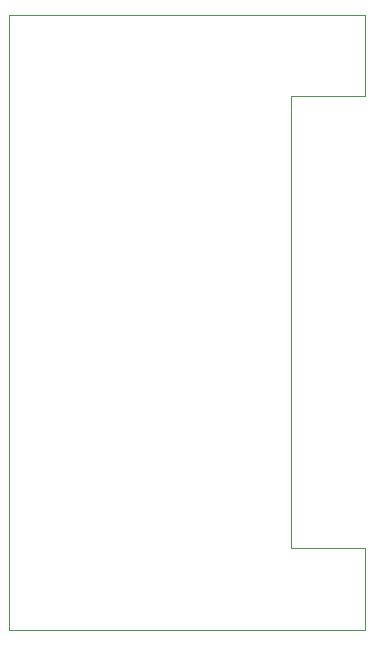
<source format=gm1>
G04 #@! TF.GenerationSoftware,KiCad,Pcbnew,(5.1.4)-1*
G04 #@! TF.CreationDate,2019-09-07T18:34:27-05:00*
G04 #@! TF.ProjectId,BreadboardPowerSupply,42726561-6462-46f6-9172-64506f776572,1*
G04 #@! TF.SameCoordinates,Original*
G04 #@! TF.FileFunction,Profile,NP*
%FSLAX46Y46*%
G04 Gerber Fmt 4.6, Leading zero omitted, Abs format (unit mm)*
G04 Created by KiCad (PCBNEW (5.1.4)-1) date 2019-09-07 18:34:27*
%MOMM*%
%LPD*%
G04 APERTURE LIST*
%ADD10C,0.050000*%
G04 APERTURE END LIST*
D10*
X156972000Y-49657000D02*
X126873000Y-49657000D01*
X156972000Y-56515000D02*
X156972000Y-49657000D01*
X150749000Y-56515000D02*
X156972000Y-56515000D01*
X150749000Y-94742000D02*
X150749000Y-56515000D01*
X156972000Y-94742000D02*
X150749000Y-94742000D01*
X156972000Y-101727000D02*
X156972000Y-94742000D01*
X126873000Y-101727000D02*
X156972000Y-101727000D01*
X126873000Y-49657000D02*
X126873000Y-101727000D01*
M02*

</source>
